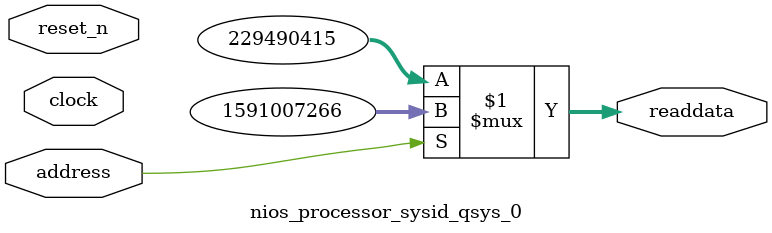
<source format=v>



// synthesis translate_off
`timescale 1ns / 1ps
// synthesis translate_on

// turn off superfluous verilog processor warnings 
// altera message_level Level1 
// altera message_off 10034 10035 10036 10037 10230 10240 10030 

module nios_processor_sysid_qsys_0 (
               // inputs:
                address,
                clock,
                reset_n,

               // outputs:
                readdata
             )
;

  output  [ 31: 0] readdata;
  input            address;
  input            clock;
  input            reset_n;

  wire    [ 31: 0] readdata;
  //control_slave, which is an e_avalon_slave
  assign readdata = address ? 1591007266 : 229490415;

endmodule



</source>
